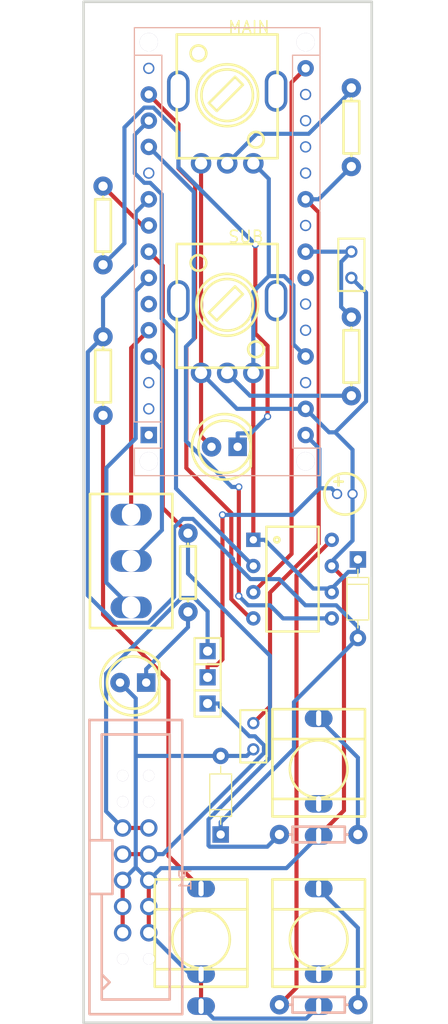
<source format=kicad_pcb>
(kicad_pcb (version 20171130) (host pcbnew "(5.1.5)-3") (page "A4") (layers (0 "F.Cu" signal) (31 "B.Cu" signal) (32 "B.Adhes" user) (33 "F.Adhes" user) (34 "B.Paste" user) (35 "F.Paste" user) (36 "B.SilkS" user) (37 "F.SilkS" user) (38 "B.Mask" user) (39 "F.Mask" user) (40 "Dwgs.User" user) (41 "Cmts.User" user) (42 "Eco1.User" user) (43 "Eco2.User" user) (44 "Edge.Cuts" user) (45 "Margin" user) (46 "B.CrtYd" user) (47 "F.CrtYd" user) (48 "B.Fab" user hide) (49 "F.Fab" user hide)) (net 0 "") (net 1 "+5V") (net 2 "ARD_5") (net 3 "GND") (net 4 "J3_3") (net 5 "J4_3") (net 6 "J6_1") (net 7 "MAIN_2") (net 8 "MAIN_4") (net 9 "MAIN_5") (net 10 "R2_1") (net 11 "R5_2") (net 12 "R6_2") (net 13 "SUB_2") (net 14 "SUB_4") (net 15 "SUB_5") (net 16 "U1_10") (net 17 "U1_12") (net 18 "U1_13") (net 19 "U1_14") (net 20 "U1_16") (net 21 "U1_21") (net 22 "U1_23") (net 23 "U1_30") (net 24 "U1_4") (net 25 "U1_5") (net 26 "U1_7") (net 27 "U1_8") (net 28 "U1_9") (net 29 "U2_8") (segment (start 18.415 25.908) (end 22.785 30.278) (width 0.4) (layer "B.Cu") (net 17)) (segment (start 22.785 30.278) (end 22.785 44.527) (width 0.4) (layer "B.Cu") (net 17)) (segment (start 22.785 44.527) (end 22.025 45.286) (width 0.4) (layer "B.Cu") (net 17)) (segment (start 22.025 45.286) (end 22.025 54.423) (width 0.4) (layer "B.Cu") (net 17)) (segment (start 22.025 54.423) (end 26.484 58.882) (width 0.4) (layer "B.Cu") (net 17)) (segment (start 26.484 58.882) (end 27.165 58.882) (width 0.4) (layer "B.Cu") (net 17)) (segment (start 27.165 69.457) (end 28.066 70.358) (width 0.4) (layer "B.Cu") (net 17)) (segment (start 28.066 70.358) (end 30.189 70.358) (width 0.4) (layer "B.Cu") (net 17)) (segment (start 30.189 70.358) (end 31.459 71.628) (width 0.4) (layer "B.Cu") (net 17)) (segment (start 31.459 71.628) (end 36.195 71.628) (width 0.4) (layer "B.Cu") (net 17)) (segment (start 34.994 59.014) (end 32.418 61.59) (width 0.4) (layer "B.Cu") (net 23)) (segment (start 32.418 61.59) (end 25.576 61.59) (width 0.4) (layer "B.Cu") (net 23)) (segment (start 33.655 53.848) (end 34.994 55.187) (width 0.4) (layer "B.Cu") (net 23)) (segment (start 34.994 55.187) (end 34.994 59.014) (width 0.4) (layer "B.Cu") (net 23)) (segment (start 36.714 59.563) (end 36.166 59.014) (width 0.4) (layer "B.Cu") (net 23)) (segment (start 36.166 59.014) (end 34.994 59.014) (width 0.4) (layer "B.Cu") (net 23)) (segment (start 22.225 63.373) (end 22.225 67.28) (width 0.4) (layer "B.Cu") (net 27)) (segment (start 22.225 67.28) (end 30.189 75.243) (width 0.4) (layer "B.Cu") (net 27)) (segment (start 30.189 75.243) (end 30.189 85.143) (width 0.4) (layer "B.Cu") (net 27)) (segment (start 30.189 85.143) (end 24.218 91.114) (width 0.4) (layer "B.Cu") (net 27)) (segment (start 24.218 91.114) (end 24.218 93.648) (width 0.4) (layer "B.Cu") (net 27)) (segment (start 24.218 93.648) (end 24.335 93.765) (width 0.4) (layer "B.Cu") (net 27)) (segment (start 24.335 93.765) (end 29.933 93.765) (width 0.4) (layer "B.Cu") (net 27)) (segment (start 29.933 93.765) (end 31.115 92.583) (width 0.4) (layer "B.Cu") (net 27)) (segment (start 18.415 46.228) (end 19.689 47.502) (width 0.4) (layer "B.Cu") (net 24)) (segment (start 19.689 47.502) (end 19.689 63.075) (width 0.4) (layer "B.Cu") (net 24)) (segment (start 19.689 63.075) (end 16.7 66.063) (width 0.4) (layer "B.Cu") (net 24)) (segment (start 28.575 66.548) (end 21.062 59.035) (width 0.4) (layer "B.Cu") (net 18)) (segment (start 21.062 59.035) (end 21.062 43.936) (width 0.4) (layer "B.Cu") (net 18)) (segment (start 21.062 43.936) (end 19.664 42.538) (width 0.4) (layer "B.Cu") (net 18)) (segment (start 19.664 42.538) (end 19.664 30.501) (width 0.4) (layer "B.Cu") (net 18)) (segment (start 19.664 30.501) (end 18.555 29.392) (width 0.4) (layer "B.Cu") (net 18)) (segment (start 18.555 29.392) (end 17.979 29.392) (width 0.4) (layer "B.Cu") (net 18)) (segment (start 17.979 29.392) (end 17.057 28.469) (width 0.4) (layer "B.Cu") (net 18)) (segment (start 17.057 28.469) (end 17.057 24.726) (width 0.4) (layer "B.Cu") (net 18)) (segment (start 17.057 24.726) (end 18.415 23.368) (width 0.4) (layer "B.Cu") (net 18)) (segment (start 36.195 68.732) (end 34.398 68.732) (width 0.4) (layer "B.Cu") (net 2)) (segment (start 34.398 68.732) (end 29.674 64.008) (width 0.4) (layer "B.Cu") (net 2)) (segment (start 38.735 67.114) (end 37.814 67.114) (width 0.4) (layer "B.Cu") (net 2)) (segment (start 37.814 67.114) (end 36.195 68.732) (width 0.4) (layer "B.Cu") (net 2)) (segment (start 36.195 68.732) (end 36.195 69.088) (width 0.4) (layer "B.Cu") (net 2)) (segment (start 28.575 64.008) (end 29.674 64.008) (width 0.4) (layer "B.Cu") (net 2)) (segment (start 30.075 38.441) (end 31.574 38.441) (width 0.4) (layer "B.Cu") (net 2)) (segment (start 31.574 38.441) (end 32.473 39.341) (width 0.4) (layer "B.Cu") (net 2)) (segment (start 32.473 39.341) (end 32.473 45.046) (width 0.4) (layer "B.Cu") (net 2)) (segment (start 32.473 45.046) (end 33.655 46.228) (width 0.4) (layer "B.Cu") (net 2)) (segment (start 28.575 47.823) (end 28.575 39.942) (width 0.4) (layer "B.Cu") (net 2)) (segment (start 28.575 39.942) (end 30.075 38.441) (width 0.4) (layer "B.Cu") (net 2)) (segment (start 28.575 27.503) (end 30.075 29.003) (width 0.4) (layer "B.Cu") (net 2)) (segment (start 30.075 29.003) (end 30.075 38.441) (width 0.4) (layer "B.Cu") (net 2)) (segment (start 38.735 65.913) (end 38.735 67.114) (width 0.4) (layer "B.Cu") (net 2)) (segment (start 26.035 27.503) (end 28.9 24.638) (width 0.4) (layer "B.Cu") (net 7)) (segment (start 28.9 24.638) (end 33.95 24.638) (width 0.4) (layer "B.Cu") (net 7)) (segment (start 33.95 24.638) (end 38.1 20.488) (width 0.4) (layer "B.Cu") (net 7)) (segment (start 38.1 20.488) (end 38.1 20.193) (width 0.4) (layer "B.Cu") (net 7)) (segment (start 34.925 81.313) (end 38.735 85.123) (width 0.4) (layer "B.Cu") (net 5)) (segment (start 38.735 85.123) (end 38.735 92.583) (width 0.4) (layer "B.Cu") (net 5)) (segment (start 34.925 97.823) (end 38.735 101.633) (width 0.4) (layer "B.Cu") (net 10)) (segment (start 38.735 101.633) (end 38.735 109.093) (width 0.4) (layer "B.Cu") (net 10)) (segment (start 24.13 74.803) (end 24.13 70.945) (width 0.4) (layer "B.Cu") (net 1)) (segment (start 24.13 70.945) (end 22.831 69.646) (width 0.4) (layer "B.Cu") (net 1)) (segment (start 22.831 69.646) (end 21.598 69.646) (width 0.4) (layer "B.Cu") (net 1)) (segment (start 21.598 69.646) (end 14.267 76.977) (width 0.4) (layer "B.Cu") (net 1)) (segment (start 14.267 76.977) (end 14.267 90.34) (width 0.4) (layer "B.Cu") (net 1)) (segment (start 14.267 90.34) (end 15.875 91.948) (width 0.4) (layer "B.Cu") (net 1)) (segment (start 24.13 79.883) (end 25.318 79.883) (width 0.4) (layer "B.Cu") (net 6)) (segment (start 18.415 94.488) (end 19.799 94.488) (width 0.4) (layer "B.Cu") (net 6)) (segment (start 19.799 94.488) (end 29.606 84.681) (width 0.4) (layer "B.Cu") (net 6)) (segment (start 29.606 84.681) (end 29.606 83.93) (width 0.4) (layer "B.Cu") (net 6)) (segment (start 29.606 83.93) (end 28.734 83.058) (width 0.4) (layer "B.Cu") (net 6)) (segment (start 28.734 83.058) (end 28.196 83.058) (width 0.4) (layer "B.Cu") (net 6)) (segment (start 28.196 83.058) (end 25.318 80.18) (width 0.4) (layer "B.Cu") (net 6)) (segment (start 25.318 80.18) (end 25.318 79.883) (width 0.4) (layer "B.Cu") (net 6)) (segment (start 26.035 47.823) (end 28.25 50.038) (width 0.4) (layer "B.Cu") (net 13)) (segment (start 28.25 50.038) (end 38.1 50.038) (width 0.4) (layer "B.Cu") (net 13)) (segment (start 38.1 42.418) (end 37.105 41.423) (width 0.4) (layer "B.Cu") (net 22)) (segment (start 37.105 41.423) (end 37.105 37.063) (width 0.4) (layer "B.Cu") (net 22)) (segment (start 37.105 37.063) (end 38.1 36.068) (width 0.4) (layer "B.Cu") (net 22)) (segment (start 38.1 36.068) (end 33.655 36.068) (width 0.4) (layer "B.Cu") (net 22)) (segment (start 38.1 27.813) (end 34.925 30.988) (width 0.4) (layer "B.Cu") (net 21)) (segment (start 34.925 30.988) (end 33.655 30.988) (width 0.4) (layer "B.Cu") (net 21)) (segment (start 18.161 77.85) (end 18.161 76.55) (width 0.4) (layer "B.Cu") (net 11)) (segment (start 18.161 76.55) (end 22.225 72.486) (width 0.4) (layer "B.Cu") (net 11)) (segment (start 22.225 72.486) (end 22.225 70.993) (width 0.4) (layer "B.Cu") (net 11)) (segment (start 13.97 44.323) (end 12.487 45.806) (width 0.4) (layer "B.Cu") (net 16)) (segment (start 12.487 45.806) (end 12.487 69.391) (width 0.4) (layer "B.Cu") (net 16)) (segment (start 12.487 69.391) (end 15.145 72.049) (width 0.4) (layer "B.Cu") (net 16)) (segment (start 15.145 72.049) (end 18.373 72.049) (width 0.4) (layer "B.Cu") (net 16)) (segment (start 18.373 72.049) (end 20.873 69.548) (width 0.4) (layer "B.Cu") (net 16)) (segment (start 20.873 69.548) (end 20.873 62.826) (width 0.4) (layer "B.Cu") (net 16)) (segment (start 20.873 62.826) (end 21.722 61.978) (width 0.4) (layer "B.Cu") (net 16)) (segment (start 21.722 61.978) (end 22.7 61.978) (width 0.4) (layer "B.Cu") (net 16)) (segment (start 22.7 61.978) (end 26.599 65.878) (width 0.4) (layer "B.Cu") (net 16)) (segment (start 26.599 65.878) (end 26.599 66.121) (width 0.4) (layer "B.Cu") (net 16)) (segment (start 26.599 66.121) (end 28.297 67.818) (width 0.4) (layer "B.Cu") (net 16)) (segment (start 28.297 67.818) (end 31.099 67.818) (width 0.4) (layer "B.Cu") (net 16)) (segment (start 31.099 67.818) (end 33.639 70.358) (width 0.4) (layer "B.Cu") (net 16)) (segment (start 33.639 70.358) (end 36.632 70.358) (width 0.4) (layer "B.Cu") (net 16)) (segment (start 36.632 70.358) (end 38.735 72.461) (width 0.4) (layer "B.Cu") (net 16)) (segment (start 38.735 72.461) (end 38.735 73.533) (width 0.4) (layer "B.Cu") (net 16)) (segment (start 18.415 30.988) (end 17.146 32.258) (width 0.4) (layer "B.Cu") (net 16)) (segment (start 17.146 32.258) (end 17.146 37.338) (width 0.4) (layer "B.Cu") (net 16)) (segment (start 17.146 37.338) (end 13.97 40.514) (width 0.4) (layer "B.Cu") (net 16)) (segment (start 13.97 40.514) (end 13.97 44.323) (width 0.4) (layer "B.Cu") (net 16)) (segment (start 25.4 91.382) (end 32.524 84.258) (width 0.4) (layer "B.Cu") (net 16)) (segment (start 32.524 84.258) (end 32.524 79.744) (width 0.4) (layer "B.Cu") (net 16)) (segment (start 32.524 79.744) (end 38.735 73.533) (width 0.4) (layer "B.Cu") (net 16)) (segment (start 25.4 92.583) (end 25.4 91.382) (width 0.4) (layer "B.Cu") (net 16)) (segment (start 18.415 38.608) (end 17.143 39.88) (width 0.4) (layer "B.Cu") (net 26)) (segment (start 17.143 39.88) (end 17.143 54.181) (width 0.4) (layer "B.Cu") (net 26)) (segment (start 17.143 54.181) (end 14.293 57.031) (width 0.4) (layer "B.Cu") (net 26)) (segment (start 14.293 57.031) (end 14.293 68.156) (width 0.4) (layer "B.Cu") (net 26)) (segment (start 14.293 68.156) (end 16.7 70.563) (width 0.4) (layer "B.Cu") (net 26)) (segment (start 27.051 53.69) (end 28.322 53.69) (width 0.4) (layer "B.Cu") (net 12)) (segment (start 28.322 53.69) (end 29.957 52.055) (width 0.4) (layer "B.Cu") (net 12)) (segment (start 27.051 54.99) (end 27.051 53.69) (width 0.4) (layer "B.Cu") (net 12)) (segment (start 28.77 35.377) (end 21.299 27.906) (width 0.4) (layer "B.Cu") (net 12)) (segment (start 21.299 27.906) (end 21.299 24.535) (width 0.4) (layer "B.Cu") (net 12)) (segment (start 21.299 24.535) (end 18.862 22.098) (width 0.4) (layer "B.Cu") (net 12)) (segment (start 18.862 22.098) (end 17.967 22.098) (width 0.4) (layer "B.Cu") (net 12)) (segment (start 17.967 22.098) (end 16.05 24.015) (width 0.4) (layer "B.Cu") (net 12)) (segment (start 16.05 24.015) (end 16.05 35.258) (width 0.4) (layer "B.Cu") (net 12)) (segment (start 16.05 35.258) (end 13.97 37.338) (width 0.4) (layer "B.Cu") (net 12)) (segment (start 17.145 95.758) (end 15.875 97.028) (width 0.4) (layer "B.Cu") (net 3)) (segment (start 17.145 95.758) (end 18.415 97.028) (width 0.4) (layer "B.Cu") (net 3)) (segment (start 17.145 84.963) (end 17.145 95.758) (width 0.4) (layer "B.Cu") (net 3)) (segment (start 15.621 77.851) (end 17.145 79.375) (width 0.4) (layer "B.Cu") (net 3)) (segment (start 17.145 79.375) (end 17.145 84.963) (width 0.4) (layer "B.Cu") (net 3)) (segment (start 17.145 84.963) (end 25.4 84.963) (width 0.4) (layer "B.Cu") (net 3)) (segment (start 36.53 53.587) (end 35.934 53.587) (width 0.4) (layer "B.Cu") (net 3)) (segment (start 35.934 53.587) (end 33.655 51.308) (width 0.4) (layer "B.Cu") (net 3)) (segment (start 38.1 38.608) (end 39.529 40.037) (width 0.4) (layer "B.Cu") (net 3)) (segment (start 39.529 40.037) (end 39.529 50.588) (width 0.4) (layer "B.Cu") (net 3)) (segment (start 39.529 50.588) (end 36.53 53.587) (width 0.4) (layer "B.Cu") (net 3)) (segment (start 38.216 59.563) (end 38.216 55.273) (width 0.4) (layer "B.Cu") (net 3)) (segment (start 38.216 55.273) (end 36.53 53.587) (width 0.4) (layer "B.Cu") (net 3)) (segment (start 36.195 66.548) (end 36.195 66.105) (width 0.4) (layer "B.Cu") (net 3)) (segment (start 36.195 66.105) (end 38.216 64.084) (width 0.4) (layer "B.Cu") (net 3)) (segment (start 38.216 64.084) (end 38.216 59.563) (width 0.4) (layer "B.Cu") (net 3)) (segment (start 34.925 109.223) (end 33.717 110.431) (width 0.4) (layer "B.Cu") (net 3)) (segment (start 33.717 110.431) (end 24.703 110.431) (width 0.4) (layer "B.Cu") (net 3)) (segment (start 24.703 110.431) (end 23.495 109.223) (width 0.4) (layer "B.Cu") (net 3)) (segment (start 23.495 106.123) (end 22.43 106.123) (width 0.4) (layer "B.Cu") (net 3)) (segment (start 22.43 106.123) (end 18.415 102.108) (width 0.4) (layer "B.Cu") (net 3)) (segment (start 34.925 92.713) (end 31.793 95.845) (width 0.4) (layer "B.Cu") (net 3)) (segment (start 31.793 95.845) (end 19.598 95.845) (width 0.4) (layer "B.Cu") (net 3)) (segment (start 19.598 95.845) (end 18.415 97.028) (width 0.4) (layer "B.Cu") (net 3)) (segment (start 23.495 47.823) (end 26.98 51.308) (width 0.4) (layer "B.Cu") (net 3)) (segment (start 26.98 51.308) (end 33.655 51.308) (width 0.4) (layer "B.Cu") (net 3)) (segment (start 25.4 84.963) (end 27.94 84.963) (width 0.4) (layer "B.Cu") (net 3)) (segment (start 27.94 84.963) (end 28.575 84.328) (width 0.4) (layer "B.Cu") (net 3)) (gr_line (start 12.08 11.838) (end 40.08 11.838) (width 0.254) (layer "Edge.Cuts")) (gr_line (start 40.08 11.838) (end 40.08 110.838) (width 0.254) (layer "Edge.Cuts")) (gr_line (start 40.08 110.838) (end 12.08 110.838) (width 0.254) (layer "Edge.Cuts")) (gr_line (start 12.08 110.838) (end 12.08 11.838) (width 0.254) (layer "Edge.Cuts")) (segment (start 27.165 58.882) (end 27.165 69.457) (width 0.4) (layer "F.Cu") (net 17)) (segment (start 24.13 77.343) (end 24.13 76.155) (width 0.4) (layer "F.Cu") (net 23)) (segment (start 25.576 61.59) (end 25.576 75.601) (width 0.4) (layer "F.Cu") (net 23)) (segment (start 25.576 75.601) (end 25.021 76.155) (width 0.4) (layer "F.Cu") (net 23)) (segment (start 25.021 76.155) (end 24.13 76.155) (width 0.4) (layer "F.Cu") (net 23)) (segment (start 18.415 36.068) (end 19.773 37.426) (width 0.4) (layer "F.Cu") (net 27)) (segment (start 19.773 37.426) (end 19.773 60.921) (width 0.4) (layer "F.Cu") (net 27)) (segment (start 19.773 60.921) (end 22.225 63.373) (width 0.4) (layer "F.Cu") (net 27)) (segment (start 28.575 64.008) (end 28.575 47.823) (width 0.4) (layer "F.Cu") (net 2)) (segment (start 18.415 91.948) (end 15.875 91.948) (width 0.4) (layer "F.Cu") (net 1)) (segment (start 18.415 94.488) (end 15.875 94.488) (width 0.4) (layer "F.Cu") (net 6)) (segment (start 28.575 81.788) (end 30.198 80.165) (width 0.4) (layer "F.Cu") (net 21)) (segment (start 30.198 80.165) (end 30.198 69.119) (width 0.4) (layer "F.Cu") (net 21)) (segment (start 30.198 69.119) (end 34.927 64.39) (width 0.4) (layer "F.Cu") (net 21)) (segment (start 34.927 64.39) (end 34.927 32.26) (width 0.4) (layer "F.Cu") (net 21)) (segment (start 34.927 32.26) (end 33.655 30.988) (width 0.4) (layer "F.Cu") (net 21)) (segment (start 18.415 20.828) (end 21.299 23.712) (width 0.4) (layer "F.Cu") (net 19)) (segment (start 21.299 23.712) (end 21.299 27.994) (width 0.4) (layer "F.Cu") (net 19)) (segment (start 21.299 27.994) (end 22.913 29.608) (width 0.4) (layer "F.Cu") (net 19)) (segment (start 22.913 29.608) (end 22.913 44.399) (width 0.4) (layer "F.Cu") (net 19)) (segment (start 22.913 44.399) (end 22.066 45.246) (width 0.4) (layer "F.Cu") (net 19)) (segment (start 22.066 45.246) (end 22.066 57.047) (width 0.4) (layer "F.Cu") (net 19)) (segment (start 22.066 57.047) (end 26.434 61.414) (width 0.4) (layer "F.Cu") (net 19)) (segment (start 26.434 61.414) (end 26.434 69.76) (width 0.4) (layer "F.Cu") (net 19)) (segment (start 26.434 69.76) (end 28.301 71.628) (width 0.4) (layer "F.Cu") (net 19)) (segment (start 28.301 71.628) (end 28.575 71.628) (width 0.4) (layer "F.Cu") (net 19)) (segment (start 36.195 64.008) (end 32.769 67.435) (width 0.4) (layer "F.Cu") (net 29)) (segment (start 32.769 67.435) (end 32.769 107.44) (width 0.4) (layer "F.Cu") (net 29)) (segment (start 32.769 107.44) (end 31.115 109.093) (width 0.4) (layer "F.Cu") (net 29)) (segment (start 28.575 69.088) (end 32.29 65.374) (width 0.4) (layer "F.Cu") (net 20)) (segment (start 32.29 65.374) (end 32.29 19.654) (width 0.4) (layer "F.Cu") (net 20)) (segment (start 32.29 19.654) (end 33.655 18.288) (width 0.4) (layer "F.Cu") (net 20)) (segment (start 16.7 61.563) (end 16.7 45.403) (width 0.4) (layer "F.Cu") (net 25)) (segment (start 16.7 45.403) (end 18.415 43.688) (width 0.4) (layer "F.Cu") (net 25)) (segment (start 13.97 29.718) (end 17.78 33.528) (width 0.4) (layer "F.Cu") (net 28)) (segment (start 17.78 33.528) (end 18.415 33.528) (width 0.4) (layer "F.Cu") (net 28)) (segment (start 28.77 35.377) (end 28.77 44.012) (width 0.4) (layer "F.Cu") (net 12)) (segment (start 28.77 44.012) (end 29.957 45.199) (width 0.4) (layer "F.Cu") (net 12)) (segment (start 29.957 45.199) (end 29.957 52.055) (width 0.4) (layer "F.Cu") (net 12)) (segment (start 23.495 97.823) (end 20.323 94.651) (width 0.4) (layer "F.Cu") (net 4)) (segment (start 20.323 94.651) (end 20.323 77.612) (width 0.4) (layer "F.Cu") (net 4)) (segment (start 20.323 77.612) (end 13.97 71.259) (width 0.4) (layer "F.Cu") (net 4)) (segment (start 13.97 71.259) (end 13.97 51.943) (width 0.4) (layer "F.Cu") (net 4)) (segment (start 15.875 99.568) (end 15.875 102.108) (width 0.4) (layer "F.Cu") (net 3)) (segment (start 15.875 97.028) (end 15.875 99.568) (width 0.4) (layer "F.Cu") (net 3)) (segment (start 34.925 92.713) (end 37.383 90.255) (width 0.4) (layer "F.Cu") (net 3)) (segment (start 37.383 90.255) (end 37.383 67.737) (width 0.4) (layer "F.Cu") (net 3)) (segment (start 37.383 67.737) (end 36.195 66.548) (width 0.4) (layer "F.Cu") (net 3)) (segment (start 18.415 99.568) (end 18.415 102.108) (width 0.4) (layer "F.Cu") (net 3)) (segment (start 18.415 97.028) (end 18.415 99.568) (width 0.4) (layer "F.Cu") (net 3)) (segment (start 23.495 109.223) (end 23.495 106.123) (width 0.4) (layer "F.Cu") (net 3)) (segment (start 23.495 27.503) (end 23.495 47.823) (width 0.4) (layer "F.Cu") (net 3)) (segment (start 24.511 54.991) (end 23.495 53.975) (width 0.4) (layer "F.Cu") (net 3)) (segment (start 23.495 53.975) (end 23.495 47.823) (width 0.4) (layer "F.Cu") (net 3)) (module "easyeda:R_AXIAL-0.3" (layer "F.Cu") (at 38.1 24.003 90) (fp_text value "470" (at -1.27 0.635 90) (layer "F.Fab") (effects (font (size 1.143 1.143) (thickness 0.152)) (justify left))) (fp_text reference "R11" (at 0 -1.27 90) (layer "F.SilkS") hide (effects (font (size 1.143 1.143) (thickness 0.152)) (justify left))) (fp_line (start -2.54 0) (end -2.794 0) (width 0.254) (layer "F.SilkS")) (fp_line (start 2.54 0) (end 2.794 0) (width 0.254) (layer "F.SilkS")) (fp_line (start -2.54 0) (end -2.54 -0.762) (width 0.254) (layer "F.SilkS")) (fp_line (start -2.54 0.762) (end -2.54 0) (width 0.254) (layer "F.SilkS")) (fp_line (start 2.54 0.762) (end -2.54 0.762) (width 0.254) (layer "F.SilkS")) (fp_line (start 2.54 0) (end 2.54 0.762) (width 0.254) (layer "F.SilkS")) (fp_line (start 2.54 -0.762) (end 2.54 0) (width 0.254) (layer "F.SilkS")) (fp_line (start -2.54 -0.762) (end 2.54 -0.762) (width 0.254) (layer "F.SilkS")) (pad 1 thru_hole circle (at -3.81 0 90) (size 1.88 1.88) (layers "*.Cu" "*.Paste" "*.Mask") (drill 0.899) (net 21 "U1_21")) (pad 2 thru_hole circle (at 3.81 0 90) (size 1.88 1.88) (layers "*.Cu" "*.Paste" "*.Mask") (drill 0.899) (net 7 "MAIN_2")) (fp_text user gge9b596398730ddeed (at 0 0) (layer "Cmts.User") (effects (font (size 1 1) (thickness 0.15))))) (module "easyeda:R_AXIAL-0.3" (layer "F.Cu") (at 38.1 46.228 -90) (fp_text value "470" (at 1.27 -0.635 90) (layer "F.Fab") (effects (font (size 1.143 1.143) (thickness 0.152)) (justify left))) (fp_text reference "R1" (at 0 -1.27 -90) (layer "F.SilkS") hide (effects (font (size 1.143 1.143) (thickness 0.152)) (justify left))) (fp_line (start -2.54 0) (end -2.794 0) (width 0.254) (layer "F.SilkS")) (fp_line (start 2.54 0) (end 2.794 0) (width 0.254) (layer "F.SilkS")) (fp_line (start -2.54 0) (end -2.54 -0.762) (width 0.254) (layer "F.SilkS")) (fp_line (start -2.54 0.762) (end -2.54 0) (width 0.254) (layer "F.SilkS")) (fp_line (start 2.54 0.762) (end -2.54 0.762) (width 0.254) (layer "F.SilkS")) (fp_line (start 2.54 0) (end 2.54 0.762) (width 0.254) (layer "F.SilkS")) (fp_line (start 2.54 -0.762) (end 2.54 0) (width 0.254) (layer "F.SilkS")) (fp_line (start -2.54 -0.762) (end 2.54 -0.762) (width 0.254) (layer "F.SilkS")) (pad 1 thru_hole circle (at -3.81 0 -90) (size 1.88 1.88) (layers "*.Cu" "*.Paste" "*.Mask") (drill 0.899) (net 22 "U1_23")) (pad 2 thru_hole circle (at 3.81 0 -90) (size 1.88 1.88) (layers "*.Cu" "*.Paste" "*.Mask") (drill 0.899) (net 13 "SUB_2")) (fp_text user ggea522ded60e024ed0 (at 0 0) (layer "Cmts.User") (effects (font (size 1 1) (thickness 0.15))))) (module "easyeda:R_AXIAL-0.3" (layer "F.Cu") (at 13.97 48.133 -90) (fp_text value "470" (at 1.27 -0.635 90) (layer "F.Fab") (effects (font (size 1.143 1.143) (thickness 0.152)) (justify left))) (fp_text reference "R3" (at 0 -1.27 -90) (layer "F.SilkS") hide (effects (font (size 1.143 1.143) (thickness 0.152)) (justify left))) (fp_line (start -2.54 0) (end -2.794 0) (width 0.254) (layer "F.SilkS")) (fp_line (start 2.54 0) (end 2.794 0) (width 0.254) (layer "F.SilkS")) (fp_line (start -2.54 0) (end -2.54 -0.762) (width 0.254) (layer "F.SilkS")) (fp_line (start -2.54 0.762) (end -2.54 0) (width 0.254) (layer "F.SilkS")) (fp_line (start 2.54 0.762) (end -2.54 0.762) (width 0.254) (layer "F.SilkS")) (fp_line (start 2.54 0) (end 2.54 0.762) (width 0.254) (layer "F.SilkS")) (fp_line (start 2.54 -0.762) (end 2.54 0) (width 0.254) (layer "F.SilkS")) (fp_line (start -2.54 -0.762) (end 2.54 -0.762) (width 0.254) (layer "F.SilkS")) (pad 1 thru_hole circle (at -3.81 0 -90) (size 1.88 1.88) (layers "*.Cu" "*.Paste" "*.Mask") (drill 0.899) (net 16 "U1_10")) (pad 2 thru_hole circle (at 3.81 0 -90) (size 1.88 1.88) (layers "*.Cu" "*.Paste" "*.Mask") (drill 0.899) (net 4 "J3_3")) (fp_text user gge24f2fcc07b30b5c6 (at 0 0) (layer "Cmts.User") (effects (font (size 1 1) (thickness 0.15))))) (module "easyeda:R_AXIAL-0.3" (layer "F.Cu") (at 22.225 67.183 -90) (fp_text value "330" (at 1.496 -0.592 90) (layer "F.Fab") (effects (font (size 1.143 1.143) (thickness 0.152)) (justify left))) (fp_text reference "R5" (at 0 -1.27 -90) (layer "F.SilkS") hide (effects (font (size 1.143 1.143) (thickness 0.152)) (justify left))) (fp_line (start -2.54 0) (end -2.794 0) (width 0.254) (layer "F.SilkS")) (fp_line (start 2.54 0) (end 2.794 0) (width 0.254) (layer "F.SilkS")) (fp_line (start -2.54 0) (end -2.54 -0.762) (width 0.254) (layer "F.SilkS")) (fp_line (start -2.54 0.762) (end -2.54 0) (width 0.254) (layer "F.SilkS")) (fp_line (start 2.54 0.762) (end -2.54 0.762) (width 0.254) (layer "F.SilkS")) (fp_line (start 2.54 0) (end 2.54 0.762) (width 0.254) (layer "F.SilkS")) (fp_line (start 2.54 -0.762) (end 2.54 0) (width 0.254) (layer "F.SilkS")) (fp_line (start -2.54 -0.762) (end 2.54 -0.762) (width 0.254) (layer "F.SilkS")) (pad 1 thru_hole circle (at -3.81 0 -90) (size 1.88 1.88) (layers "*.Cu" "*.Paste" "*.Mask") (drill 0.899) (net 27 "U1_8")) (pad 2 thru_hole circle (at 3.81 0 -90) (size 1.88 1.88) (layers "*.Cu" "*.Paste" "*.Mask") (drill 0.899) (net 11 "R5_2")) (fp_text user gge848593bbf45f0e81 (at 0 0) (layer "Cmts.User") (effects (font (size 1 1) (thickness 0.15))))) (module "easyeda:R_AXIAL-0.3" (layer "F.Cu") (at 13.97 33.528 -90) (fp_text value "330" (at 1.496 -0.592 90) (layer "F.Fab") (effects (font (size 1.143 1.143) (thickness 0.152)) (justify left))) (fp_text reference "R6" (at 0 -1.27 -90) (layer "F.SilkS") hide (effects (font (size 1.143 1.143) (thickness 0.152)) (justify left))) (fp_line (start -2.54 0) (end -2.794 0) (width 0.254) (layer "F.SilkS")) (fp_line (start 2.54 0) (end 2.794 0) (width 0.254) (layer "F.SilkS")) (fp_line (start -2.54 0) (end -2.54 -0.762) (width 0.254) (layer "F.SilkS")) (fp_line (start -2.54 0.762) (end -2.54 0) (width 0.254) (layer "F.SilkS")) (fp_line (start 2.54 0.762) (end -2.54 0.762) (width 0.254) (layer "F.SilkS")) (fp_line (start 2.54 0) (end 2.54 0.762) (width 0.254) (layer "F.SilkS")) (fp_line (start 2.54 -0.762) (end 2.54 0) (width 0.254) (layer "F.SilkS")) (fp_line (start -2.54 -0.762) (end 2.54 -0.762) (width 0.254) (layer "F.SilkS")) (pad 1 thru_hole circle (at -3.81 0 -90) (size 1.88 1.88) (layers "*.Cu" "*.Paste" "*.Mask") (drill 0.899) (net 28 "U1_9")) (pad 2 thru_hole circle (at 3.81 0 -90) (size 1.88 1.88) (layers "*.Cu" "*.Paste" "*.Mask") (drill 0.899) (net 12 "R6_2")) (fp_text user gge4d90947a701eb373 (at 0 0) (layer "Cmts.User") (effects (font (size 1 1) (thickness 0.15))))) (module "easyeda:RAD-0.1" (layer "F.Cu") (at 28.575 83.058 90) (fp_text value "220p" (at -6.985 0.635 90) (layer "F.Fab") (effects (font (size 1.143 1.143) (thickness 0.152)) (justify left))) (fp_text reference "C2" (at -0.229 -1.854 90) (layer "F.SilkS") hide (effects (font (size 1.143 1.143) (thickness 0.152)) (justify left))) (fp_line (start 2.537 -1.267) (end -2.543 -1.267) (width 0.201) (layer "F.SilkS")) (fp_line (start -2.543 -1.267) (end -2.543 1.273) (width 0.201) (layer "F.SilkS")) (fp_line (start -2.543 1.273) (end 2.537 1.273) (width 0.201) (layer "F.SilkS")) (fp_line (start 2.537 1.273) (end 2.537 -1.267) (width 0.201) (layer "F.SilkS")) (pad 1 thru_hole circle (at -1.27 0 90) (size 1.194 1.194) (layers "*.Cu" "*.Paste" "*.Mask") (drill 0.711) (net 3 "GND")) (pad 2 thru_hole circle (at 1.27 0 90) (size 1.194 1.194) (layers "*.Cu" "*.Paste" "*.Mask") (drill 0.711) (net 21 "U1_21")) (fp_text user gge0ca6b8a677502cf5 (at 0 0) (layer "Cmts.User") (effects (font (size 1 1) (thickness 0.15))))) (module "easyeda:RAD-0.1" (layer "F.Cu") (at 38.1 37.338 90) (fp_text value "220p" (at 3.175 0.635 90) (layer "F.Fab") (effects (font (size 1.143 1.143) (thickness 0.152)) (justify left))) (fp_text reference "C3" (at -0.229 -1.854 90) (layer "F.SilkS") hide (effects (font (size 1.143 1.143) (thickness 0.152)) (justify left))) (fp_line (start 2.537 -1.267) (end -2.543 -1.267) (width 0.201) (layer "F.SilkS")) (fp_line (start -2.543 -1.267) (end -2.543 1.273) (width 0.201) (layer "F.SilkS")) (fp_line (start -2.543 1.273) (end 2.537 1.273) (width 0.201) (layer "F.SilkS")) (fp_line (start 2.537 1.273) (end 2.537 -1.267) (width 0.201) (layer "F.SilkS")) (pad 1 thru_hole circle (at -1.27 0 90) (size 1.194 1.194) (layers "*.Cu" "*.Paste" "*.Mask") (drill 0.711) (net 3 "GND")) (pad 2 thru_hole circle (at 1.27 0 90) (size 1.194 1.194) (layers "*.Cu" "*.Paste" "*.Mask") (drill 0.711) (net 22 "U1_23")) (fp_text user gge8a81d744911d1979 (at 0 0) (layer "Cmts.User") (effects (font (size 1 1) (thickness 0.15))))) (module "easyeda:DIP8" (layer "F.Cu") (at 28.575 64.008 -90) (fp_text value "MCP4911-EP" (at 8.89 -5.08 90) (layer "F.Fab") (effects (font (size 1.143 1.143) (thickness 0.152)) (justify left))) (fp_text reference "U2" (at 3.81 -8.89 -90) (layer "F.SilkS") hide (effects (font (size 1.143 1.143) (thickness 0.152)) (justify left))) (fp_line (start -1.27 -1.27) (end 8.89 -1.27) (width 0.229) (layer "F.SilkS")) (fp_line (start 8.89 -1.27) (end 8.89 -6.35) (width 0.229) (layer "F.SilkS")) (fp_line (start 8.89 -6.35) (end -1.27 -6.35) (width 0.229) (layer "F.SilkS")) (fp_line (start -1.27 -6.35) (end -1.27 -1.27) (width 0.229) (layer "F.SilkS")) (fp_circle (center 0 -2.286) (end 0.254 -2.286) (layer "F.SilkS") (width 0.254)) (pad 1 thru_hole rect (at 0 0 -90) (size 1.397 1.397) (layers "*.Cu" "*.Paste" "*.Mask") (drill 0.711) (net 2 "ARD_5")) (pad 2 thru_hole circle (at 2.54 0 -90) (size 1.397 1.397) (layers "*.Cu" "*.Paste" "*.Mask") (drill 0.711) (net 18 "U1_13")) (pad 3 thru_hole circle (at 5.08 0 -90) (size 1.397 1.397) (layers "*.Cu" "*.Paste" "*.Mask") (drill 0.711) (net 20 "U1_16")) (pad 4 thru_hole circle (at 7.62 0 -90) (size 1.397 1.397) (layers "*.Cu" "*.Paste" "*.Mask") (drill 0.711) (net 19 "U1_14")) (pad 5 thru_hole circle (at 7.62 -7.62 -90) (size 1.397 1.397) (layers "*.Cu" "*.Paste" "*.Mask") (drill 0.711) (net 17 "U1_12")) (pad 6 thru_hole circle (at 5.08 -7.62 -90) (size 1.397 1.397) (layers "*.Cu" "*.Paste" "*.Mask") (drill 0.711) (net 2 "ARD_5")) (pad 7 thru_hole circle (at 2.54 -7.62 -90) (size 1.397 1.397) (layers "*.Cu" "*.Paste" "*.Mask") (drill 0.711) (net 3 "GND")) (pad 8 thru_hole circle (at 0 -7.62 -90) (size 1.397 1.397) (layers "*.Cu" "*.Paste" "*.Mask") (drill 0.711) (net 29 "U2_8")) (fp_text user ggee7b0d1e567ad6c15 (at 0 0) (layer "Cmts.User") (effects (font (size 1 1) (thickness 0.15))))) (module "easyeda:HDR-M-2.54_1X1" (layer "F.Cu") (at 24.13 79.883) (fp_text value "12V" (at -3.81 0.635 0) (layer "F.Fab") (effects (font (size 1.143 1.143) (thickness 0.152)) (justify left))) (fp_text reference "J6" (at 0 -1.422 0) (layer "F.SilkS") hide (effects (font (size 1.143 1.143) (thickness 0.152)) (justify left))) (fp_line (start 1.27 1.27) (end -1.27 1.27) (width 0.203) (layer "F.SilkS")) (fp_line (start -1.27 1.27) (end -1.27 -1.27) (width 0.203) (layer "F.SilkS")) (fp_line (start -1.27 -1.27) (end 1.27 -1.27) (width 0.203) (layer "F.SilkS")) (fp_line (start 1.27 -1.27) (end 1.27 0.635) (width 0.203) (layer "F.SilkS")) (fp_line (start 1.27 1.27) (end 1.27 0.635) (width 0.203) (layer "F.SilkS")) (pad 1 thru_hole rect (at 0 0 -90) (size 1.575 1.575) (layers "*.Cu" "*.Paste" "*.Mask") (drill 0.889) (net 6 "J6_1")) (fp_text user gge65cb51fb56eb47df (at 0 0) (layer "Cmts.User") (effects (font (size 1 1) (thickness 0.15))))) (module "easyeda:HDR-M-2.54_1X1" (layer "F.Cu") (at 24.13 74.803) (fp_text value "5V" (at -3.81 0.635 0) (layer "F.Fab") (effects (font (size 1.143 1.143) (thickness 0.152)) (justify left))) (fp_text reference "J1" (at 0 -1.422 0) (layer "F.SilkS") hide (effects (font (size 1.143 1.143) (thickness 0.152)) (justify left))) (fp_line (start 1.27 1.27) (end -1.27 1.27) (width 0.203) (layer "F.SilkS")) (fp_line (start -1.27 1.27) (end -1.27 -1.27) (width 0.203) (layer "F.SilkS")) (fp_line (start -1.27 -1.27) (end 1.27 -1.27) (width 0.203) (layer "F.SilkS")) (fp_line (start 1.27 -1.27) (end 1.27 0.635) (width 0.203) (layer "F.SilkS")) (fp_line (start 1.27 1.27) (end 1.27 0.635) (width 0.203) (layer "F.SilkS")) (pad 1 thru_hole rect (at 0 0 -90) (size 1.575 1.575) (layers "*.Cu" "*.Paste" "*.Mask") (drill 0.889) (net 1 "+5V")) (fp_text user gge3e3aaec0077c0747 (at 0 0) (layer "Cmts.User") (effects (font (size 1 1) (thickness 0.15))))) (module "easyeda:HDR-M-2.54_1X1" (layer "F.Cu") (at 24.13 77.343) (fp_text value "V_SEL" (at 1.905 -2.54 -90) (layer "F.Fab") (effects (font (size 1.143 1.143) (thickness 0.152)) (justify left))) (fp_text reference "J2" (at 0 -1.422 0) (layer "F.SilkS") hide (effects (font (size 1.143 1.143) (thickness 0.152)) (justify left))) (fp_line (start 1.27 1.27) (end -1.27 1.27) (width 0.203) (layer "F.SilkS")) (fp_line (start -1.27 1.27) (end -1.27 -1.27) (width 0.203) (layer "F.SilkS")) (fp_line (start -1.27 -1.27) (end 1.27 -1.27) (width 0.203) (layer "F.SilkS")) (fp_line (start 1.27 -1.27) (end 1.27 0.635) (width 0.203) (layer "F.SilkS")) (fp_line (start 1.27 1.27) (end 1.27 0.635) (width 0.203) (layer "F.SilkS")) (pad 1 thru_hole rect (at 0 0 -90) (size 1.575 1.575) (layers "*.Cu" "*.Paste" "*.Mask") (drill 0.889) (net 23 "U1_30")) (fp_text user gge9a6db68284d7616b (at 0 0) (layer "Cmts.User") (effects (font (size 1 1) (thickness 0.15))))) (module "easyeda:THONKICONN_1" (layer "F.Cu") (at 34.925 102.743) (fp_text value "V_OUT" (at -2.54 -6.985 0) (layer "F.Fab") (effects (font (size 1.143 1.143) (thickness 0.152)) (justify left))) (fp_text reference "J11" (at 0 -6.35 0) (layer "F.SilkS") hide (effects (font (size 1.143 1.143) (thickness 0.152)) (justify left))) (fp_arc (start 0 0) (end -2.794 0) (angle 180) (width 0.254) (layer "F.SilkS")) (fp_arc (start 0 0) (end 2.794 0) (angle 180) (width 0.254) (layer "F.SilkS")) (fp_line (start -4.5 -5.805) (end 4.5 -5.805) (width 0.254) (layer "F.SilkS")) (fp_line (start 4.5 -5.805) (end 4.5 2.905) (width 0.254) (layer "F.SilkS")) (fp_line (start 4.5 2.905) (end -4.5 2.905) (width 0.254) (layer "F.SilkS")) (fp_line (start -4.5 2.905) (end -4.5 -5.805) (width 0.254) (layer "F.SilkS")) (fp_line (start -4.5 -2.905) (end 4.5 -2.905) (width 0.254) (layer "F.SilkS")) (fp_line (start 4.5 -2.905) (end 4.5 4.605) (width 0.254) (layer "F.SilkS")) (fp_line (start 4.5 4.605) (end -4.5 4.605) (width 0.254) (layer "F.SilkS")) (fp_line (start -4.5 4.605) (end -4.5 -2.905) (width 0.254) (layer "F.SilkS")) (pad "" np_thru_hole circle (at 0 0) (size 3 3) (drill 3) (layers "*.Cu" "*.Mask")) (pad 3 thru_hole oval (at 0 -4.92 0) (size 2.7 1.7) (layers "*.Cu" "*.Paste" "*.Mask") (drill oval 0.5 1.5) (net 10 "R2_1")) (pad 2 thru_hole oval (at 0 3.38 0) (size 2.7 1.7) (layers "*.Cu" "*.Paste" "*.Mask") (drill oval 0.5 1.5)) (pad 1 thru_hole oval (at 0 6.48 0) (size 2.7 1.7) (layers "*.Cu" "*.Paste" "*.Mask") (drill oval 0.5 1.5) (net 3 "GND")) (fp_text user gge9d9bb6a4b0726c1f (at 0 0) (layer "Cmts.User") (effects (font (size 1 1) (thickness 0.15))))) (module "easyeda:THONKICONN_1" (layer "F.Cu") (at 23.495 102.743) (fp_text value "CLOCK_IN" (at -3.81 -6.35 0) (layer "F.Fab") (effects (font (size 1.143 1.143) (thickness 0.152)) (justify left))) (fp_text reference "J3" (at 0 -6.35 0) (layer "F.SilkS") hide (effects (font (size 1.143 1.143) (thickness 0.152)) (justify left))) (fp_arc (start 0 0) (end -2.794 0) (angle 180) (width 0.254) (layer "F.SilkS")) (fp_arc (start 0 0) (end 2.794 0) (angle 180) (width 0.254) (layer "F.SilkS")) (fp_line (start -4.5 -5.805) (end 4.5 -5.805) (width 0.254) (layer "F.SilkS")) (fp_line (start 4.5 -5.805) (end 4.5 2.905) (width 0.254) (layer "F.SilkS")) (fp_line (start 4.5 2.905) (end -4.5 2.905) (width 0.254) (layer "F.SilkS")) (fp_line (start -4.5 2.905) (end -4.5 -5.805) (width 0.254) (layer "F.SilkS")) (fp_line (start -4.5 -2.905) (end 4.5 -2.905) (width 0.254) (layer "F.SilkS")) (fp_line (start 4.5 -2.905) (end 4.5 4.605) (width 0.254) (layer "F.SilkS")) (fp_line (start 4.5 4.605) (end -4.5 4.605) (width 0.254) (layer "F.SilkS")) (fp_line (start -4.5 4.605) (end -4.5 -2.905) (width 0.254) (layer "F.SilkS")) (pad "" np_thru_hole circle (at 0 0) (size 3 3) (drill 3) (layers "*.Cu" "*.Mask")) (pad 3 thru_hole oval (at 0 -4.92 0) (size 2.7 1.7) (layers "*.Cu" "*.Paste" "*.Mask") (drill oval 0.5 1.5) (net 4 "J3_3")) (pad 2 thru_hole oval (at 0 3.38 0) (size 2.7 1.7) (layers "*.Cu" "*.Paste" "*.Mask") (drill oval 0.5 1.5) (net 3 "GND")) (pad 1 thru_hole oval (at 0 6.48 0) (size 2.7 1.7) (layers "*.Cu" "*.Paste" "*.Mask") (drill oval 0.5 1.5) (net 3 "GND")) (fp_text user gge0acd1de29dae2428 (at 0 0) (layer "Cmts.User") (effects (font (size 1 1) (thickness 0.15))))) (module "easyeda:THONKICONN_1" (layer "F.Cu") (at 34.925 86.233) (fp_text value "GATE_OUT" (at -3.81 -6.985 0) (layer "F.Fab") (effects (font (size 1.143 1.143) (thickness 0.152)) (justify left))) (fp_text reference "J4" (at 0 -6.35 0) (layer "F.SilkS") hide (effects (font (size 1.143 1.143) (thickness 0.152)) (justify left))) (fp_arc (start 0 0) (end -2.794 0) (angle 180) (width 0.254) (layer "F.SilkS")) (fp_arc (start 0 0) (end 2.794 0) (angle 180) (width 0.254) (layer "F.SilkS")) (fp_line (start -4.5 -5.805) (end 4.5 -5.805) (width 0.254) (layer "F.SilkS")) (fp_line (start 4.5 -5.805) (end 4.5 2.905) (width 0.254) (layer "F.SilkS")) (fp_line (start 4.5 2.905) (end -4.5 2.905) (width 0.254) (layer "F.SilkS")) (fp_line (start -4.5 2.905) (end -4.5 -5.805) (width 0.254) (layer "F.SilkS")) (fp_line (start -4.5 -2.905) (end 4.5 -2.905) (width 0.254) (layer "F.SilkS")) (fp_line (start 4.5 -2.905) (end 4.5 4.605) (width 0.254) (layer "F.SilkS")) (fp_line (start 4.5 4.605) (end -4.5 4.605) (width 0.254) (layer "F.SilkS")) (fp_line (start -4.5 4.605) (end -4.5 -2.905) (width 0.254) (layer "F.SilkS")) (pad "" np_thru_hole circle (at 0 0) (size 3 3) (drill 3) (layers "*.Cu" "*.Mask")) (pad 3 thru_hole oval (at 0 -4.92 0) (size 2.7 1.7) (layers "*.Cu" "*.Paste" "*.Mask") (drill oval 0.5 1.5) (net 5 "J4_3")) (pad 2 thru_hole oval (at 0 3.38 0) (size 2.7 1.7) (layers "*.Cu" "*.Paste" "*.Mask") (drill oval 0.5 1.5)) (pad 1 thru_hole oval (at 0 6.48 0) (size 2.7 1.7) (layers "*.Cu" "*.Paste" "*.Mask") (drill oval 0.5 1.5) (net 3 "GND")) (fp_text user gge7772399c2c140cd8 (at 0 0) (layer "Cmts.User") (effects (font (size 1 1) (thickness 0.15))))) (module "easyeda:LED 5MM" (layer "F.Cu") (at 17.145 77.343) (fp_text value "GATE_LED" (at -3.81 -3.175 0) (layer "F.Fab") (effects (font (size 1.143 1.143) (thickness 0.152)) (justify left))) (fp_text reference "LED1" (at -0.762 -3.048 0) (layer "F.SilkS") hide (effects (font (size 1.143 1.143) (thickness 0.152)) (justify left))) (fp_line (start 2.286 2.412) (end 2.286 -1.398) (width 0.254) (layer "F.SilkS")) (fp_arc (start -0.254 0.507) (end 2.286 2.412) (angle 286.26) (width 0.254) (layer "F.SilkS")) (fp_circle (center -0.254 0.507) (end 2.286 0.507) (layer "F.SilkS") (width 0.254)) (pad 1 thru_hole circle (at -1.524 0.508 0) (size 1.9 1.9) (layers "*.Cu" "*.Paste" "*.Mask") (drill 0.813) (net 3 "GND")) (pad 2 thru_hole rect (at 1.016 0.507 0) (size 1.8 1.8) (layers "*.Cu" "*.Paste" "*.Mask") (drill 0.813) (net 11 "R5_2")) (fp_text user ggefcbb102c63a901aa (at 0 0) (layer "Cmts.User") (effects (font (size 1 1) (thickness 0.15))))) (module "easyeda:CAP-D4.0×F1.5" (layer "F.Cu") (at 37.465 59.563) (fp_text value "10u" (at -1.27 -2.54 0) (layer "F.Fab") (effects (font (size 1.143 1.143) (thickness 0.152)) (justify left))) (fp_text reference "C1" (at -0.095 -2.2 0) (layer "F.SilkS") hide (effects (font (size 1.143 1.143) (thickness 0.152)) (justify left))) (fp_line (start -0.203 -1.196) (end -1.003 -1.196) (width 0.254) (layer "F.SilkS")) (fp_line (start -0.609 -0.815) (end -0.609 -1.615) (width 0.254) (layer "F.SilkS")) (fp_arc (start 0.015 0.001) (end 0.032 -1.999) (angle 359.054) (width 0.254) (layer "F.SilkS")) (pad 2 thru_hole circle (at 0.751 0 90) (size 1 1) (layers "*.Cu" "*.Paste" "*.Mask") (drill 0.7) (net 3 "GND")) (pad 1 thru_hole circle (at -0.751 0 90) (size 1 1) (layers "*.Cu" "*.Paste" "*.Mask") (drill 0.7) (net 23 "U1_30")) (fp_text user gge0b98d1ab71537ef8 (at 0 0) (layer "Cmts.User") (effects (font (size 1 1) (thickness 0.15))))) (module "easyeda:R09-5KΩ" (layer "F.Cu") (at 26.035 44.323) (fp_text value "100k" (at 0 -11.486 0) (layer "F.Fab") hide (effects (font (size 1.143 1.143) (thickness 0.152)) (justify left))) (fp_text reference "SUB" (at 0 -9.708 0) (layer "F.SilkS") (effects (font (size 1.143 1.143) (thickness 0.152)) (justify left))) (fp_line (start -4.9 -9) (end 4.9 -9) (width 0.254) (layer "F.SilkS")) (fp_line (start 4.9 -9) (end 4.9 3) (width 0.254) (layer "F.SilkS")) (fp_line (start -4.9 -9) (end -4.9 3) (width 0.254) (layer "F.SilkS")) (fp_line (start -4.9 3) (end 4.9 3) (width 0.254) (layer "F.SilkS")) (fp_line (start 0.762 -4.882) (end -1.778 -2.342) (width 0.254) (layer "F.SilkS")) (fp_line (start -1.778 -2.342) (end -1.016 -1.58) (width 0.254) (layer "F.SilkS")) (fp_line (start -1.016 -1.58) (end 1.524 -4.12) (width 0.254) (layer "F.SilkS")) (fp_line (start 1.524 -4.12) (end 0.762 -4.882) (width 0.254) (layer "F.SilkS")) (fp_circle (center -2.794 -7.168) (end -2.032 -7.168) (layer "F.SilkS") (width 0.254)) (fp_circle (center 2.794 1.214) (end 3.556 1.214) (layer "F.SilkS") (width 0.254)) (fp_circle (center 0 -3.104) (end 3 -3.104) (layer "F.SilkS") (width 0.254)) (fp_circle (center 0 -3.104) (end 2.5 -3.104) (layer "F.SilkS") (width 0.254)) (pad 1 thru_hole circle (at -2.54 3.5 0) (size 2 2) (layers "*.Cu" "*.Paste" "*.Mask") (drill 1.2) (net 3 "GND")) (pad 2 thru_hole circle (at 0 3.5 0) (size 2 2) (layers "*.Cu" "*.Paste" "*.Mask") (drill 1.2) (net 13 "SUB_2")) (pad 3 thru_hole circle (at 2.54 3.5 0) (size 2 2) (layers "*.Cu" "*.Paste" "*.Mask") (drill 1.2) (net 2 "ARD_5")) (pad 4 thru_hole oval (at 4.75 -3.5 0) (size 2.2 4) (layers "*.Cu" "*.Paste" "*.Mask") (drill oval 1.5 3.3) (net 14 "SUB_4")) (pad 5 thru_hole oval (at -4.75 -3.5 0) (size 2.2 4) (layers "*.Cu" "*.Paste" "*.Mask") (drill oval 1.5 3.3) (net 15 "SUB_5")) (fp_text user gge6d063aa724b90016 (at 0 0) (layer "Cmts.User") (effects (font (size 1 1) (thickness 0.15))))) (module "easyeda:R09-5KΩ" (layer "F.Cu") (at 26.035 24.003) (fp_text value "100k" (at 0 -11.486 0) (layer "F.Fab") hide (effects (font (size 1.143 1.143) (thickness 0.152)) (justify left))) (fp_text reference "MAIN" (at 0 -9.708 0) (layer "F.SilkS") (effects (font (size 1.143 1.143) (thickness 0.152)) (justify left))) (fp_line (start -4.9 -9) (end 4.9 -9) (width 0.254) (layer "F.SilkS")) (fp_line (start 4.9 -9) (end 4.9 3) (width 0.254) (layer "F.SilkS")) (fp_line (start -4.9 -9) (end -4.9 3) (width 0.254) (layer "F.SilkS")) (fp_line (start -4.9 3) (end 4.9 3) (width 0.254) (layer "F.SilkS")) (fp_line (start 0.762 -4.882) (end -1.778 -2.342) (width 0.254) (layer "F.SilkS")) (fp_line (start -1.778 -2.342) (end -1.016 -1.58) (width 0.254) (layer "F.SilkS")) (fp_line (start -1.016 -1.58) (end 1.524 -4.12) (width 0.254) (layer "F.SilkS")) (fp_line (start 1.524 -4.12) (end 0.762 -4.882) (width 0.254) (layer "F.SilkS")) (fp_circle (center -2.794 -7.168) (end -2.032 -7.168) (layer "F.SilkS") (width 0.254)) (fp_circle (center 2.794 1.214) (end 3.556 1.214) (layer "F.SilkS") (width 0.254)) (fp_circle (center 0 -3.104) (end 3 -3.104) (layer "F.SilkS") (width 0.254)) (fp_circle (center 0 -3.104) (end 2.5 -3.104) (layer "F.SilkS") (width 0.254)) (pad 1 thru_hole circle (at -2.54 3.5 0) (size 2 2) (layers "*.Cu" "*.Paste" "*.Mask") (drill 1.2) (net 3 "GND")) (pad 2 thru_hole circle (at 0 3.5 0) (size 2 2) (layers "*.Cu" "*.Paste" "*.Mask") (drill 1.2) (net 7 "MAIN_2")) (pad 3 thru_hole circle (at 2.54 3.5 0) (size 2 2) (layers "*.Cu" "*.Paste" "*.Mask") (drill 1.2) (net 2 "ARD_5")) (pad 4 thru_hole oval (at 4.75 -3.5 0) (size 2.2 4) (layers "*.Cu" "*.Paste" "*.Mask") (drill oval 1.5 3.3) (net 8 "MAIN_4")) (pad 5 thru_hole oval (at -4.75 -3.5 0) (size 2.2 4) (layers "*.Cu" "*.Paste" "*.Mask") (drill oval 1.5 3.3) (net 9 "MAIN_5")) (fp_text user gge3f688573772f7171 (at 0 0) (layer "Cmts.User") (effects (font (size 1 1) (thickness 0.15))))) (module "easyeda:SWITCH" (layer "F.Cu") (at 12.7 59.563) (fp_text value "Switch" (at 1.905 8.255 90) (layer "F.Fab") (effects (font (size 1.143 1.143) (thickness 0.152)) (justify left))) (fp_text reference "U3" (at 3.81 -0.254 0) (layer "F.SilkS") hide (effects (font (size 1.143 1.143) (thickness 0.152)) (justify left))) (fp_line (start 0 0) (end 8.001 0) (width 0.254) (layer "F.SilkS")) (fp_line (start 8.001 0) (end 8.001 13) (width 0.254) (layer "F.SilkS")) (fp_line (start 8.001 13) (end 0 13) (width 0.254) (layer "F.SilkS")) (fp_line (start 0 13) (end 0 0) (width 0.254) (layer "F.SilkS")) (pad 4 thru_hole oval (at 4 2 0) (size 4 2.1) (layers "*.Cu" "*.Paste" "*.Mask") (drill oval 1.8 3.3) (net 25 "U1_5")) (pad 5 thru_hole oval (at 4 6.5 0) (size 4 2.1) (layers "*.Cu" "*.Paste" "*.Mask") (drill oval 1.8 3.3) (net 24 "U1_4")) (pad 6 thru_hole oval (at 4 11 0) (size 4 2.1) (layers "*.Cu" "*.Paste" "*.Mask") (drill oval 1.8 3.3) (net 26 "U1_7")) (fp_text user ggebb3ca787d3176f44 (at 0 0) (layer "Cmts.User") (effects (font (size 1 1) (thickness 0.15))))) (module "easyeda:D_DO-35_SOD27_P7.62MM_HORIZONTAL" (layer "F.Cu") (at 38.735 69.723 -90) (fp_text value "B43" (at 1.664 -0.323 90) (layer "F.Fab") (effects (font (size 0.9 0.9) (thickness 0.152)) (justify left))) (fp_text reference "D1" (at 0 -1.778 -90) (layer "F.SilkS") hide (effects (font (size 1.143 1.143) (thickness 0.152)) (justify left))) (fp_line (start -4.859 -1.349) (end -4.859 1.351) (width 0.05) (layer "Dwgs.User")) (fp_line (start -4.859 1.351) (end 4.889 1.351) (width 0.05) (layer "Dwgs.User")) (fp_line (start 4.889 1.351) (end 4.889 -1.349) (width 0.05) (layer "Dwgs.User")) (fp_line (start 4.889 -1.349) (end -4.859 -1.349) (width 0.05) (layer "Dwgs.User")) (fp_line (start -2.06 -1.059) (end -2.06 1.059) (width 0.12) (layer "F.SilkS")) (fp_line (start -2.06 1.059) (end 2.06 1.059) (width 0.12) (layer "F.SilkS")) (fp_line (start 2.06 1.059) (end 2.06 -1.059) (width 0.12) (layer "F.SilkS")) (fp_line (start 2.06 -1.059) (end -2.06 -1.059) (width 0.12) (layer "F.SilkS")) (fp_line (start -2.83 0) (end -2.06 0) (width 0.12) (layer "F.SilkS")) (fp_line (start 2.83 0) (end 2.06 0) (width 0.12) (layer "F.SilkS")) (fp_line (start -1.4 -1.059) (end -1.4 1.059) (width 0.12) (layer "F.SilkS")) (fp_line (start -1.999 -1.001) (end -1.999 1.001) (width 0.1) (layer "Cmts.User")) (fp_line (start -1.999 1.001) (end 1.999 1.001) (width 0.1) (layer "Cmts.User")) (fp_line (start 1.999 1.001) (end 1.999 -1.001) (width 0.1) (layer "Cmts.User")) (fp_line (start 1.999 -1.001) (end -1.999 -1.001) (width 0.1) (layer "Cmts.User")) (fp_line (start -3.81 0) (end -1.999 0) (width 0.1) (layer "Cmts.User")) (fp_line (start 3.81 0) (end 1.999 0) (width 0.1) (layer "Cmts.User")) (fp_line (start -1.4 -1.001) (end -1.4 1.001) (width 0.1) (layer "Cmts.User")) (pad 1 thru_hole rect (at -3.81 0 -90) (size 1.6 1.6) (layers "*.Cu" "*.Paste" "*.Mask") (drill oval 0.8 0.805) (net 2 "ARD_5")) (pad 2 thru_hole circle (at 3.81 0 -90) (size 1.6 1.6) (layers "*.Cu" "*.Paste" "*.Mask") (drill oval 0.8 0.805) (net 16 "U1_10")) (fp_text user gged0328108f2ec4361 (at 0 0) (layer "Cmts.User") (effects (font (size 1 1) (thickness 0.15))))) (module "easyeda:D_DO-35_SOD27_P7.62MM_HORIZONTAL" (layer "F.Cu") (at 25.4 88.773 90) (fp_text value "B43" (at -0.635 0.635 90) (layer "F.Fab") (effects (font (size 0.9 0.9) (thickness 0.152)) (justify left))) (fp_text reference "D2" (at 0 -1.778 90) (layer "F.SilkS") hide (effects (font (size 1.143 1.143) (thickness 0.152)) (justify left))) (fp_line (start -4.859 -1.349) (end -4.859 1.351) (width 0.05) (layer "Dwgs.User")) (fp_line (start -4.859 1.351) (end 4.889 1.351) (width 0.05) (layer "Dwgs.User")) (fp_line (start 4.889 1.351) (end 4.889 -1.349) (width 0.05) (layer "Dwgs.User")) (fp_line (start 4.889 -1.349) (end -4.859 -1.349) (width 0.05) (layer "Dwgs.User")) (fp_line (start -2.06 -1.059) (end -2.06 1.059) (width 0.12) (layer "F.SilkS")) (fp_line (start -2.06 1.059) (end 2.06 1.059) (width 0.12) (layer "F.SilkS")) (fp_line (start 2.06 1.059) (end 2.06 -1.059) (width 0.12) (layer "F.SilkS")) (fp_line (start 2.06 -1.059) (end -2.06 -1.059) (width 0.12) (layer "F.SilkS")) (fp_line (start -2.83 0) (end -2.06 0) (width 0.12) (layer "F.SilkS")) (fp_line (start 2.83 0) (end 2.06 0) (width 0.12) (layer "F.SilkS")) (fp_line (start -1.4 -1.059) (end -1.4 1.059) (width 0.12) (layer "F.SilkS")) (fp_line (start -1.999 -1.001) (end -1.999 1.001) (width 0.1) (layer "Cmts.User")) (fp_line (start -1.999 1.001) (end 1.999 1.001) (width 0.1) (layer "Cmts.User")) (fp_line (start 1.999 1.001) (end 1.999 -1.001) (width 0.1) (layer "Cmts.User")) (fp_line (start 1.999 -1.001) (end -1.999 -1.001) (width 0.1) (layer "Cmts.User")) (fp_line (start -3.81 0) (end -1.999 0) (width 0.1) (layer "Cmts.User")) (fp_line (start 3.81 0) (end 1.999 0) (width 0.1) (layer "Cmts.User")) (fp_line (start -1.4 -1.001) (end -1.4 1.001) (width 0.1) (layer "Cmts.User")) (pad 1 thru_hole rect (at -3.81 0 90) (size 1.6 1.6) (layers "*.Cu" "*.Paste" "*.Mask") (drill oval 0.8 0.805) (net 16 "U1_10")) (pad 2 thru_hole circle (at 3.81 0 90) (size 1.6 1.6) (layers "*.Cu" "*.Paste" "*.Mask") (drill oval 0.8 0.805) (net 3 "GND")) (fp_text user ggeb055b9a69ae08a5e (at 0 0) (layer "Cmts.User") (effects (font (size 1 1) (thickness 0.15))))) (module "easyeda:LED 5MM" (layer "F.Cu") (at 26.035 54.483) (fp_text value "OUT_LED" (at -3.81 -3.175 0) (layer "F.Fab") (effects (font (size 1.143 1.143) (thickness 0.152)) (justify left))) (fp_text reference "LED2" (at -0.762 -3.048 0) (layer "F.SilkS") hide (effects (font (size 1.143 1.143) (thickness 0.152)) (justify left))) (fp_line (start 2.286 2.412) (end 2.286 -1.398) (width 0.254) (layer "F.SilkS")) (fp_arc (start -0.254 0.507) (end 2.286 2.412) (angle 286.26) (width 0.254) (layer "F.SilkS")) (fp_circle (center -0.254 0.507) (end 2.286 0.507) (layer "F.SilkS") (width 0.254)) (pad 1 thru_hole circle (at -1.524 0.508 0) (size 1.9 1.9) (layers "*.Cu" "*.Paste" "*.Mask") (drill 0.813) (net 3 "GND")) (pad 2 thru_hole rect (at 1.016 0.507 0) (size 1.8 1.8) (layers "*.Cu" "*.Paste" "*.Mask") (drill 0.813) (net 12 "R6_2")) (fp_text user ggee340129df38d7c2c (at 0 0) (layer "Cmts.User") (effects (font (size 1 1) (thickness 0.15))))) (module "easyeda:R_AXIAL-0.3" (layer "F.Cu") (at 34.925 109.093) (fp_text value "470" (at 1.372 0.625 0) (layer "B.Fab") (effects (font (size 1.143 1.143) (thickness 0.152)) (justify left mirror))) (fp_text reference "R2" (at 0 -1.27 0) (layer "B.SilkS") hide (effects (font (size 1.143 1.143) (thickness 0.152)) (justify left mirror))) (fp_line (start 2.54 0) (end 2.794 0) (width 0.254) (layer "B.SilkS")) (fp_line (start -2.54 0) (end -2.794 0) (width 0.254) (layer "B.SilkS")) (fp_line (start 2.54 0) (end 2.54 -0.762) (width 0.254) (layer "B.SilkS")) (fp_line (start 2.54 0.762) (end 2.54 0) (width 0.254) (layer "B.SilkS")) (fp_line (start -2.54 0.762) (end 2.54 0.762) (width 0.254) (layer "B.SilkS")) (fp_line (start -2.54 0) (end -2.54 0.762) (width 0.254) (layer "B.SilkS")) (fp_line (start -2.54 -0.762) (end -2.54 0) (width 0.254) (layer "B.SilkS")) (fp_line (start 2.54 -0.762) (end -2.54 -0.762) (width 0.254) (layer "B.SilkS")) (pad 1 thru_hole circle (at 3.81 0 0) (size 1.88 1.88) (layers "*.Cu" "*.Paste" "*.Mask") (drill 0.899) (net 10 "R2_1")) (pad 2 thru_hole circle (at -3.81 0 0) (size 1.88 1.88) (layers "*.Cu" "*.Paste" "*.Mask") (drill 0.899) (net 29 "U2_8")) (fp_text user ggec7f0652cf1b46845 (at 0 0) (layer "Cmts.User") (effects (font (size 1 1) (thickness 0.15))))) (module "easyeda:R_AXIAL-0.3" (layer "F.Cu") (at 34.925 92.583) (fp_text value "470" (at 1.372 0.625 0) (layer "B.Fab") (effects (font (size 1.143 1.143) (thickness 0.152)) (justify left mirror))) (fp_text reference "R4" (at 0 -1.27 0) (layer "B.SilkS") hide (effects (font (size 1.143 1.143) (thickness 0.152)) (justify left mirror))) (fp_line (start 2.54 0) (end 2.794 0) (width 0.254) (layer "B.SilkS")) (fp_line (start -2.54 0) (end -2.794 0) (width 0.254) (layer "B.SilkS")) (fp_line (start 2.54 0) (end 2.54 -0.762) (width 0.254) (layer "B.SilkS")) (fp_line (start 2.54 0.762) (end 2.54 0) (width 0.254) (layer "B.SilkS")) (fp_line (start -2.54 0.762) (end 2.54 0.762) (width 0.254) (layer "B.SilkS")) (fp_line (start -2.54 0) (end -2.54 0.762) (width 0.254) (layer "B.SilkS")) (fp_line (start -2.54 -0.762) (end -2.54 0) (width 0.254) (layer "B.SilkS")) (fp_line (start 2.54 -0.762) (end -2.54 -0.762) (width 0.254) (layer "B.SilkS")) (pad 1 thru_hole circle (at 3.81 0 0) (size 1.88 1.88) (layers "*.Cu" "*.Paste" "*.Mask") (drill 0.899) (net 5 "J4_3")) (pad 2 thru_hole circle (at -3.81 0 0) (size 1.88 1.88) (layers "*.Cu" "*.Paste" "*.Mask") (drill 0.899) (net 27 "U1_8")) (fp_text user ggeed681cfa70397740 (at 0 0) (layer "Cmts.User") (effects (font (size 1 1) (thickness 0.15))))) (module "easyeda:ARDUINO_NANO_WITHMOUNTINGHOLES" (layer "F.Cu") (at 26.035 36.068 180) (fp_text value "ARDUINO_NANO" (at -6.096 20.066 0) (layer "B.Fab") (effects (font (size 1.143 1.143) (thickness 0.152)) (justify left mirror))) (fp_text reference "U1" (at 0.254 -22.098 180) (layer "B.SilkS") hide (effects (font (size 1.143 1.143) (thickness 0.152)) (justify left mirror))) (fp_line (start 9.149 24.379) (end 9.149 -21.839) (width 0.05) (layer "Dwgs.User")) (fp_line (start 9.149 -21.839) (end -9.129 -21.839) (width 0.05) (layer "Dwgs.User")) (fp_line (start -9.129 -21.839) (end -9.129 24.379) (width 0.05) (layer "Dwgs.User")) (fp_line (start -9.129 24.379) (end 9.149 24.379) (width 0.05) (layer "Dwgs.User")) (fp_line (start -9.02 -21.72) (end -9.02 21.72) (width 0.12) (layer "B.SilkS")) (fp_line (start -9.02 21.72) (end 9.02 21.72) (width 0.12) (layer "B.SilkS")) (fp_line (start 9.02 21.72) (end 9.02 -16.51) (width 0.12) (layer "B.SilkS")) (fp_line (start 9.02 -16.51) (end 6.35 -16.51) (width 0.12) (layer "B.SilkS")) (fp_line (start 6.35 -16.51) (end 6.35 -19.05) (width 0.12) (layer "B.SilkS")) (fp_line (start 6.35 -19.05) (end 9.02 -19.05) (width 0.12) (layer "B.SilkS")) (fp_line (start 9.02 -19.05) (end 9.02 -21.72) (width 0.12) (layer "B.SilkS")) (fp_line (start 9.02 -21.72) (end -9.02 -21.72) (width 0.12) (layer "B.SilkS")) (fp_line (start -9.02 19.05) (end -6.35 19.05) (width 0.12) (layer "B.SilkS")) (fp_line (start -6.35 19.05) (end -6.35 -19.05) (width 0.12) (layer "B.SilkS")) (fp_line (start -6.35 -19.05) (end -9.02 -19.05) (width 0.12) (layer "B.SilkS")) (fp_line (start 6.35 -16.51) (end 6.35 19.05) (width 0.12) (layer "B.SilkS")) (fp_line (start 6.35 19.05) (end 9.02 19.05) (width 0.12) (layer "B.SilkS")) (fp_line (start 3.81 13.97) (end -3.81 13.97) (width 0.1) (layer "Cmts.User")) (fp_line (start -3.81 13.97) (end -3.81 24.13) (width 0.1) (layer "Cmts.User")) (fp_line (start -3.81 24.13) (end 3.81 24.13) (width 0.1) (layer "Cmts.User")) (fp_line (start 3.81 24.13) (end 3.81 13.97) (width 0.1) (layer "Cmts.User")) (fp_line (start -8.89 21.59) (end 8.89 21.59) (width 0.1) (layer "Cmts.User")) (fp_line (start 8.89 21.59) (end 8.89 -20.32) (width 0.1) (layer "Cmts.User")) (fp_line (start 8.89 -20.32) (end 7.62 -21.59) (width 0.1) (layer "Cmts.User")) (fp_line (start 7.62 -21.59) (end -8.89 -21.59) (width 0.1) (layer "Cmts.User")) (fp_line (start -8.89 -21.59) (end -8.89 21.59) (width 0.1) (layer "Cmts.User")) (fp_text value "REF" (at 3.175 19.05 0) (layer "Cmts.User") (effects (font (size 1 1) (thickness 0.15)) (justify left))) (pad 1 thru_hole rect (at 7.62 -17.78 180) (size 1.6 1.6) (layers "*.Cu" "*.Paste" "*.Mask") (drill oval 0.8 0.805)) (pad 17 thru_hole circle (at -7.62 15.24 180) (size 1.1 1.1) (layers "*.Cu" "*.Paste" "*.Mask") (drill oval 0.8 0.805)) (pad 2 thru_hole circle (at 7.62 -15.24 180) (size 1.1 1.1) (layers "*.Cu" "*.Paste" "*.Mask") (drill oval 0.8 0.805)) (pad 18 thru_hole circle (at -7.62 12.7 180) (size 1.1 1.1) (layers "*.Cu" "*.Paste" "*.Mask") (drill oval 0.8 0.805)) (pad 3 thru_hole circle (at 7.62 -12.7 180) (size 1.1 1.1) (layers "*.Cu" "*.Paste" "*.Mask") (drill oval 0.8 0.805)) (pad 19 thru_hole circle (at -7.62 10.16 180) (size 1.1 1.1) (layers "*.Cu" "*.Paste" "*.Mask") (drill oval 0.8 0.805)) (pad 4 thru_hole circle (at 7.62 -10.16 180) (size 1.6 1.6) (layers "*.Cu" "*.Paste" "*.Mask") (drill oval 0.8 0.805) (net 24 "U1_4")) (pad 20 thru_hole circle (at -7.62 7.62 180) (size 1.1 1.1) (layers "*.Cu" "*.Paste" "*.Mask") (drill oval 0.8 0.805)) (pad 5 thru_hole circle (at 7.62 -7.62 180) (size 1.6 1.6) (layers "*.Cu" "*.Paste" "*.Mask") (drill oval 0.8 0.805) (net 25 "U1_5")) (pad 21 thru_hole circle (at -7.62 5.08 180) (size 1.6 1.6) (layers "*.Cu" "*.Paste" "*.Mask") (drill oval 0.8 0.805) (net 21 "U1_21")) (pad 6 thru_hole circle (at 7.62 -5.08 180) (size 1.6 1.6) (layers "*.Cu" "*.Paste" "*.Mask") (drill oval 0.8 0.805)) (pad 22 thru_hole circle (at -7.62 2.54 180) (size 1.1 1.1) (layers "*.Cu" "*.Paste" "*.Mask") (drill oval 0.8 0.805)) (pad 7 thru_hole circle (at 7.62 -2.54 180) (size 1.6 1.6) (layers "*.Cu" "*.Paste" "*.Mask") (drill oval 0.8 0.805) (net 26 "U1_7")) (pad 23 thru_hole circle (at -7.62 0 180) (size 1.6 1.6) (layers "*.Cu" "*.Paste" "*.Mask") (drill oval 0.8 0.805) (net 22 "U1_23")) (pad 8 thru_hole circle (at 7.62 0 180) (size 1.6 1.6) (layers "*.Cu" "*.Paste" "*.Mask") (drill oval 0.8 0.805) (net 27 "U1_8")) (pad 24 thru_hole circle (at -7.62 -2.54 180) (size 1.6 1.6) (layers "*.Cu" "*.Paste" "*.Mask") (drill oval 0.8 0.805)) (pad 9 thru_hole circle (at 7.62 2.54 180) (size 1.6 1.6) (layers "*.Cu" "*.Paste" "*.Mask") (drill oval 0.8 0.805) (net 28 "U1_9")) (pad 25 thru_hole circle (at -7.62 -5.08 180) (size 1.1 1.1) (layers "*.Cu" "*.Paste" "*.Mask") (drill oval 0.8 0.805)) (pad 10 thru_hole circle (at 7.62 5.08 180) (size 1.6 1.6) (layers "*.Cu" "*.Paste" "*.Mask") (drill oval 0.8 0.805) (net 16 "U1_10")) (pad 26 thru_hole circle (at -7.62 -7.62 180) (size 1.1 1.1) (layers "*.Cu" "*.Paste" "*.Mask") (drill oval 0.8 0.805)) (pad 11 thru_hole circle (at 7.62 7.62 180) (size 1.1 1.1) (layers "*.Cu" "*.Paste" "*.Mask") (drill oval 0.8 0.805)) (pad 27 thru_hole circle (at -7.62 -10.16 180) (size 1.6 1.6) (layers "*.Cu" "*.Paste" "*.Mask") (drill oval 0.8 0.805) (net 2 "ARD_5")) (pad 12 thru_hole circle (at 7.62 10.16 180) (size 1.6 1.6) (layers "*.Cu" "*.Paste" "*.Mask") (drill oval 0.8 0.805) (net 17 "U1_12")) (pad 28 thru_hole circle (at -7.62 -12.7 180) (size 1.1 1.1) (layers "*.Cu" "*.Paste" "*.Mask") (drill oval 0.8 0.805)) (pad 13 thru_hole circle (at 7.62 12.7 180) (size 1.6 1.6) (layers "*.Cu" "*.Paste" "*.Mask") (drill oval 0.8 0.805) (net 18 "U1_13")) (pad 29 thru_hole circle (at -7.62 -15.24 180) (size 1.6 1.6) (layers "*.Cu" "*.Paste" "*.Mask") (drill oval 0.8 0.805) (net 3 "GND")) (pad 14 thru_hole circle (at 7.62 15.24 180) (size 1.6 1.6) (layers "*.Cu" "*.Paste" "*.Mask") (drill oval 0.8 0.805) (net 19 "U1_14")) (pad 30 thru_hole circle (at -7.62 -17.78 180) (size 1.6 1.6) (layers "*.Cu" "*.Paste" "*.Mask") (drill oval 0.8 0.805) (net 23 "U1_30")) (pad 15 thru_hole circle (at 7.62 17.78 180) (size 1.1 1.1) (layers "*.Cu" "*.Paste" "*.Mask") (drill oval 0.8 0.805)) (pad 16 thru_hole circle (at -7.62 17.78 180) (size 1.6 1.6) (layers "*.Cu" "*.Paste" "*.Mask") (drill oval 0.8 0.805) (net 20 "U1_16")) (pad "" thru_hole circle (at 7.62 -20.32 180) (size 1.78 1.78) (layers "*.Cu" "*.Paste" "*.Mask") (drill oval 1.78 1.78)) (pad "" thru_hole circle (at -7.62 -20.32 180) (size 1.78 1.78) (layers "*.Cu" "*.Paste" "*.Mask") (drill oval 1.78 1.78)) (pad "" thru_hole circle (at -7.62 20.32 180) (size 1.78 1.78) (layers "*.Cu" "*.Paste" "*.Mask") (drill oval 1.78 1.78)) (pad "" thru_hole circle (at 7.62 20.32 180) (size 1.78 1.78) (layers "*.Cu" "*.Paste" "*.Mask") (drill oval 1.78 1.78)) (fp_text user gge433e533dc199fc25 (at 0 0) (layer "Cmts.User") (effects (font (size 1 1) (thickness 0.15))))) (module "easyeda:HDR-IDC-2.54-2X8P" (layer "F.Cu") (at 17.145 95.758 -90) (fp_text value "PWR" (at -3.18 -7.821 90) (layer "B.Fab") hide (effects (font (size 1.143 1.143) (thickness 0.152)) (justify left mirror))) (fp_text reference "P1" (at 0 -4.826 -90) (layer "B.SilkS") (effects (font (size 1.143 1.143) (thickness 0.152)) (justify left mirror))) (fp_line (start -14.275 -4.521) (end -14.275 4.479) (width 0.254) (layer "B.SilkS")) (fp_line (start -12.878 -3.293) (end -12.878 3.277) (width 0.254) (layer "B.SilkS")) (fp_line (start 14.221 -4.521) (end -14.28 -4.521) (width 0.254) (layer "B.SilkS")) (fp_line (start 14.249 4.479) (end 14.249 -4.521) (width 0.254) (layer "B.SilkS")) (fp_line (start 12.827 3.277) (end 12.827 -3.293) (width 0.254) (layer "B.SilkS")) (fp_line (start 14.196 4.496) (end -14.3 4.496) (width 0.254) (layer "B.SilkS")) (fp_line (start 12.818 -3.302) (end -12.88 -3.302) (width 0.254) (layer "B.SilkS")) (fp_line (start 11.786 3.175) (end 11.151 2.54) (width 0.254) (layer "B.SilkS")) (fp_line (start 11.151 2.54) (end 10.465 3.226) (width 0.254) (layer "B.SilkS")) (fp_line (start 10.465 3.226) (end 10.465 3.251) (width 0.254) (layer "B.SilkS")) (fp_line (start 2.591 2.311) (end 2.591 4.47) (width 0.254) (layer "B.SilkS")) (fp_line (start 2.591 2.261) (end -2.616 2.261) (width 0.254) (layer "B.SilkS")) (fp_line (start -2.616 2.261) (end -2.616 4.47) (width 0.254) (layer "B.SilkS")) (fp_line (start -2.616 4.47) (end -2.642 4.496) (width 0.254) (layer "B.SilkS")) (fp_line (start 12.827 3.302) (end 2.616 3.302) (width 0.254) (layer "B.SilkS")) (fp_line (start 2.616 3.302) (end 2.591 3.277) (width 0.254) (layer "B.SilkS")) (fp_line (start -2.642 3.327) (end -2.642 3.302) (width 0.254) (layer "B.SilkS")) (fp_line (start -2.642 3.302) (end -12.878 3.302) (width 0.254) (layer "B.SilkS")) (pad 1 thru_hole circle (at 8.89 1.27 -90) (size 1.1 1.1) (layers "*.Cu" "*.Paste" "*.Mask") (drill 1.1)) (pad 2 thru_hole circle (at 8.89 -1.27 -90) (size 1.1 1.1) (layers "*.Cu" "*.Paste" "*.Mask") (drill 1.1)) (pad 3 thru_hole circle (at 6.35 1.27 -90) (size 1.7 1.7) (layers "*.Cu" "*.Paste" "*.Mask") (drill 1.1) (net 3 "GND")) (pad 4 thru_hole circle (at 6.35 -1.27 -90) (size 1.7 1.7) (layers "*.Cu" "*.Paste" "*.Mask") (drill 1.1) (net 3 "GND")) (pad 5 thru_hole circle (at 3.81 1.27 -90) (size 1.7 1.7) (layers "*.Cu" "*.Paste" "*.Mask") (drill 1.1) (net 3 "GND")) (pad 6 thru_hole circle (at 3.81 -1.27 -90) (size 1.7 1.7) (layers "*.Cu" "*.Paste" "*.Mask") (drill 1.1) (net 3 "GND")) (pad 7 thru_hole circle (at 1.27 1.27 -90) (size 1.7 1.7) (layers "*.Cu" "*.Paste" "*.Mask") (drill 1.1) (net 3 "GND")) (pad 8 thru_hole circle (at 1.27 -1.27 -90) (size 1.7 1.7) (layers "*.Cu" "*.Paste" "*.Mask") (drill 1.1) (net 3 "GND")) (pad 9 thru_hole circle (at -1.27 1.27 -90) (size 1.7 1.7) (layers "*.Cu" "*.Paste" "*.Mask") (drill 1.1) (net 6 "J6_1")) (pad 10 thru_hole circle (at -1.27 -1.27 -90) (size 1.7 1.7) (layers "*.Cu" "*.Paste" "*.Mask") (drill 1.1) (net 6 "J6_1")) (pad 11 thru_hole circle (at -3.81 1.27 -90) (size 1.7 1.7) (layers "*.Cu" "*.Paste" "*.Mask") (drill 1.1) (net 1 "+5V")) (pad 12 thru_hole circle (at -3.81 -1.27 -90) (size 1.7 1.7) (layers "*.Cu" "*.Paste" "*.Mask") (drill 1.1) (net 1 "+5V")) (pad 13 thru_hole circle (at -6.35 1.27 -90) (size 1.1 1.1) (layers "*.Cu" "*.Paste" "*.Mask") (drill 1.1)) (pad 14 thru_hole circle (at -6.35 -1.27 -90) (size 1.1 1.1) (layers "*.Cu" "*.Paste" "*.Mask") (drill 1.1)) (pad 15 thru_hole circle (at -8.89 1.27 -90) (size 1.1 1.1) (layers "*.Cu" "*.Paste" "*.Mask") (drill 1.1)) (pad 16 thru_hole circle (at -8.89 -1.27 -90) (size 1.1 1.1) (layers "*.Cu" "*.Paste" "*.Mask") (drill 1.1)) (fp_text user gge52a06e7d4464799d (at 0 0) (layer "Cmts.User") (effects (font (size 1 1) (thickness 0.15))))) (via (at 27.165 69.457) (size 0.7) (drill 0.45) (layers "F.Cu" "B.Cu") (net 17)) (via (at 27.165 58.882) (size 0.7) (drill 0.45) (layers "F.Cu" "B.Cu") (net 17)) (via (at 25.576 61.59) (size 0.7) (drill 0.45) (layers "F.Cu" "B.Cu") (net 23)) (via (at 28.77 35.377) (size 0.7) (drill 0.45) (layers "F.Cu" "B.Cu") (net 12)) (via (at 29.957 52.055) (size 0.7) (drill 0.45) (layers "F.Cu" "B.Cu") (net 12)))
</source>
